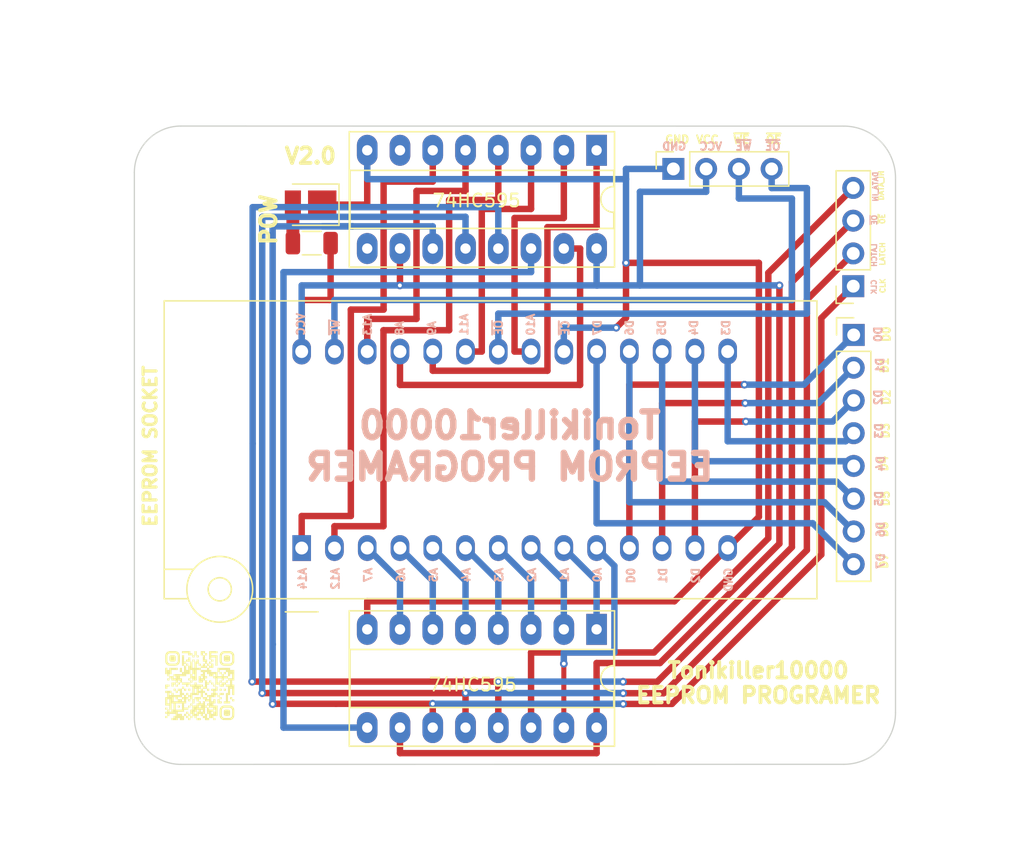
<source format=kicad_pcb>
(kicad_pcb (version 20211014) (generator pcbnew)
  (layers (0 "F.Cu" signal) (31 "B.Cu" signal) (34 "B.Paste" user) (35 "F.Paste" user) (36 "B.SilkS" user "B.Silkscreen") (37 "F.SilkS" user "F.Silkscreen") (38 "B.Mask" user) (39 "F.Mask" user) (44 "Edge.Cuts" user))
  (net 0 "")
  (footprint "LED_SMD:LED_PLCC_2835" (layer "F.Cu") (at 129.4425 65.63 180)
    (fp_text reference "REF**" hide)
    (fp_text value "LED_PLCC_2835" hide)
    (pad "1" smd rect (at -0.9 0 180) (size 2.2 2.2) (layers "F.Cu" "F.Paste" "F.Mask"))
    (pad "2" smd rect (at 1.375 0 180) (size 1.25 2.2) (layers "F.Cu" "F.Paste" "F.Mask"))
  )
  (footprint "Package_DIP:DIP-16_W7.62mm_Socket_LongPads" (layer "F.Cu") (at 151.61 61.4125 -90)
    (fp_text reference "74HC595" (at 3.9 9.3) (layer "F.SilkS"))
    (fp_text value "DIP-16_W7.62mm_Socket_LongPads")
    (pad "1" thru_hole rect (at 0 0 270) (size 2.4 1.6) (drill 0.8) (layers *.Cu *.Mask))
    (pad "2" thru_hole oval (at 0 2.54 270) (size 2.4 1.6) (drill 0.8) (layers *.Cu *.Mask))
    (pad "3" thru_hole oval (at 0 5.08 270) (size 2.4 1.6) (drill 0.8) (layers *.Cu *.Mask))
    (pad "4" thru_hole oval (at 0 7.62 270) (size 2.4 1.6) (drill 0.8) (layers *.Cu *.Mask))
    (pad "5" thru_hole oval (at 0 10.16 270) (size 2.4 1.6) (drill 0.8) (layers *.Cu *.Mask))
    (pad "6" thru_hole oval (at 0 12.7 270) (size 2.4 1.6) (drill 0.8) (layers *.Cu *.Mask))
    (pad "7" thru_hole oval (at 0 15.24 270) (size 2.4 1.6) (drill 0.8) (layers *.Cu *.Mask))
    (pad "8" thru_hole oval (at 0 17.78 270) (size 2.4 1.6) (drill 0.8) (layers *.Cu *.Mask))
    (pad "9" thru_hole oval (at 7.62 17.78 270) (size 2.4 1.6) (drill 0.8) (layers *.Cu *.Mask))
    (pad "10" thru_hole oval (at 7.62 15.24 270) (size 2.4 1.6) (drill 0.8) (layers *.Cu *.Mask))
    (pad "11" thru_hole oval (at 7.62 12.7 270) (size 2.4 1.6) (drill 0.8) (layers *.Cu *.Mask))
    (pad "12" thru_hole oval (at 7.62 10.16 270) (size 2.4 1.6) (drill 0.8) (layers *.Cu *.Mask))
    (pad "13" thru_hole oval (at 7.62 7.62 270) (size 2.4 1.6) (drill 0.8) (layers *.Cu *.Mask))
    (pad "14" thru_hole oval (at 7.62 5.08 270) (size 2.4 1.6) (drill 0.8) (layers *.Cu *.Mask))
    (pad "15" thru_hole oval (at 7.62 2.54 270) (size 2.4 1.6) (drill 0.8) (layers *.Cu *.Mask))
    (pad "16" thru_hole oval (at 7.62 0 270) (size 2.4 1.6) (drill 0.8) (layers *.Cu *.Mask))
  )
  (footprint "Package_DIP:DIP-16_W7.62mm_Socket_LongPads" (layer "F.Cu") (at 151.61 98.57 -90)
    (fp_text reference "74HC595" (at 4.2925 9.6) (layer "F.SilkS"))
    (fp_text value "DIP-16_W7.62mm_Socket_LongPads")
    (pad "1" thru_hole rect (at 0 0 270) (size 2.4 1.6) (drill 0.8) (layers *.Cu *.Mask))
    (pad "2" thru_hole oval (at 0 2.54 270) (size 2.4 1.6) (drill 0.8) (layers *.Cu *.Mask))
    (pad "3" thru_hole oval (at 0 5.08 270) (size 2.4 1.6) (drill 0.8) (layers *.Cu *.Mask))
    (pad "4" thru_hole oval (at 0 7.62 270) (size 2.4 1.6) (drill 0.8) (layers *.Cu *.Mask))
    (pad "5" thru_hole oval (at 0 10.16 270) (size 2.4 1.6) (drill 0.8) (layers *.Cu *.Mask))
    (pad "6" thru_hole oval (at 0 12.7 270) (size 2.4 1.6) (drill 0.8) (layers *.Cu *.Mask))
    (pad "7" thru_hole oval (at 0 15.24 270) (size 2.4 1.6) (drill 0.8) (layers *.Cu *.Mask))
    (pad "8" thru_hole oval (at 0 17.78 270) (size 2.4 1.6) (drill 0.8) (layers *.Cu *.Mask))
    (pad "9" thru_hole oval (at 7.62 17.78 270) (size 2.4 1.6) (drill 0.8) (layers *.Cu *.Mask))
    (pad "10" thru_hole oval (at 7.62 15.24 270) (size 2.4 1.6) (drill 0.8) (layers *.Cu *.Mask))
    (pad "11" thru_hole oval (at 7.62 12.7 270) (size 2.4 1.6) (drill 0.8) (layers *.Cu *.Mask))
    (pad "12" thru_hole oval (at 7.62 10.16 270) (size 2.4 1.6) (drill 0.8) (layers *.Cu *.Mask))
    (pad "13" thru_hole oval (at 7.62 7.62 270) (size 2.4 1.6) (drill 0.8) (layers *.Cu *.Mask))
    (pad "14" thru_hole oval (at 7.62 5.08 270) (size 2.4 1.6) (drill 0.8) (layers *.Cu *.Mask))
    (pad "15" thru_hole oval (at 7.62 2.54 270) (size 2.4 1.6) (drill 0.8) (layers *.Cu *.Mask))
    (pad "16" thru_hole oval (at 7.62 0 270) (size 2.4 1.6) (drill 0.8) (layers *.Cu *.Mask))
  )
  (footprint "LOGO" (layer "F.Cu") (at 120.85 102.9325 -90)
    (fp_text reference "G***" hide)
    (fp_text value "LOGO" hide)
  )
  (footprint "Resistor_SMD:R_1206_3216Metric" (layer "F.Cu") (at 129.53 68.6125)
    (fp_text reference "REF**" hide)
    (fp_text value "R_1206_3216Metric")
    (pad "1" smd roundrect (at -1.4625 0) (size 1.125 1.75) (layers "F.Cu" "F.Paste" "F.Mask") (roundrect_rratio 0.2222222222))
    (pad "2" smd roundrect (at 1.4625 0) (size 1.125 1.75) (layers "F.Cu" "F.Paste" "F.Mask") (roundrect_rratio 0.2222222222))
  )
  (footprint "Connector_PinHeader_2.54mm:PinHeader_1x08_P2.54mm_Vertical" (layer "F.Cu") (at 171.54 75.735)
    (fp_text reference "REF**" hide)
    (fp_text value "PinHeader_1x08_P2.54mm_Vertical")
    (pad "1" thru_hole rect (at 0 0) (size 1.7 1.7) (drill 1) (layers *.Cu *.Mask))
    (pad "2" thru_hole oval (at 0 2.54) (size 1.7 1.7) (drill 1) (layers *.Cu *.Mask))
    (pad "3" thru_hole oval (at 0 5.08) (size 1.7 1.7) (drill 1) (layers *.Cu *.Mask))
    (pad "4" thru_hole oval (at 0 7.62) (size 1.7 1.7) (drill 1) (layers *.Cu *.Mask))
    (pad "5" thru_hole oval (at 0 10.16) (size 1.7 1.7) (drill 1) (layers *.Cu *.Mask))
    (pad "6" thru_hole oval (at 0 12.7) (size 1.7 1.7) (drill 1) (layers *.Cu *.Mask))
    (pad "7" thru_hole oval (at 0 15.24) (size 1.7 1.7) (drill 1) (layers *.Cu *.Mask))
    (pad "8" thru_hole oval (at 0 17.78) (size 1.7 1.7) (drill 1) (layers *.Cu *.Mask))
  )
  (footprint "Connector_PinSocket_2.54mm:PinSocket_1x04_P2.54mm_Vertical" (layer "F.Cu") (at 171.505 71.9525 180)
    (fp_text reference "REF**" hide)
    (fp_text value "PinSocket_1x04_P2.54mm_Vertical")
    (pad "1" thru_hole rect (at 0 0 180) (size 1.7 1.7) (drill 1) (layers *.Cu *.Mask))
    (pad "2" thru_hole oval (at 0 2.54 180) (size 1.7 1.7) (drill 1) (layers *.Cu *.Mask))
    (pad "3" thru_hole oval (at 0 5.08 180) (size 1.7 1.7) (drill 1) (layers *.Cu *.Mask))
    (pad "4" thru_hole oval (at 0 7.62 180) (size 1.7 1.7) (drill 1) (layers *.Cu *.Mask))
  )
  (footprint "Socket:DIP_Socket-28_W11.9_W12.7_W15.24_W17.78_W18.5_3M_228-1277-00-0602J" (layer "F.Cu") (at 128.75 92.2625 90)
    (fp_text reference "EEPROM SOCKET" (at 7.9 -11.74 90) (layer "F.SilkS") (effects (font (thickness 0.25))))
    (fp_text value "DIP_Socket-28_W11.9_W12.7_W15.24_W17.78_W18.5_3M_228-1277-00-0602J")
    (pad "1" thru_hole rect (at 0 0 90) (size 2 1.44) (drill 1) (layers *.Cu *.Mask))
    (pad "2" thru_hole oval (at 0 2.54 90) (size 2 1.44) (drill 1) (layers *.Cu *.Mask))
    (pad "3" thru_hole oval (at 0 5.08 90) (size 2 1.44) (drill 1) (layers *.Cu *.Mask))
    (pad "4" thru_hole oval (at 0 7.62 90) (size 2 1.44) (drill 1) (layers *.Cu *.Mask))
    (pad "5" thru_hole oval (at 0 10.16 90) (size 2 1.44) (drill 1) (layers *.Cu *.Mask))
    (pad "6" thru_hole oval (at 0 12.7 90) (size 2 1.44) (drill 1) (layers *.Cu *.Mask))
    (pad "7" thru_hole oval (at 0 15.24 90) (size 2 1.44) (drill 1) (layers *.Cu *.Mask))
    (pad "8" thru_hole oval (at 0 17.78 90) (size 2 1.44) (drill 1) (layers *.Cu *.Mask))
    (pad "9" thru_hole oval (at 0 20.32 90) (size 2 1.44) (drill 1) (layers *.Cu *.Mask))
    (pad "10" thru_hole oval (at 0 22.86 90) (size 2 1.44) (drill 1) (layers *.Cu *.Mask))
    (pad "11" thru_hole oval (at 0 25.4 90) (size 2 1.44) (drill 1) (layers *.Cu *.Mask))
    (pad "12" thru_hole oval (at 0 27.94 90) (size 2 1.44) (drill 1) (layers *.Cu *.Mask))
    (pad "13" thru_hole oval (at 0 30.48 90) (size 2 1.44) (drill 1) (layers *.Cu *.Mask))
    (pad "14" thru_hole oval (at 0 33.02 90) (size 2 1.44) (drill 1) (layers *.Cu *.Mask))
    (pad "15" thru_hole oval (at 15.24 33.02 90) (size 2 1.44) (drill 1) (layers *.Cu *.Mask))
    (pad "16" thru_hole oval (at 15.24 30.48 90) (size 2 1.44) (drill 1) (layers *.Cu *.Mask))
    (pad "17" thru_hole oval (at 15.24 27.94 90) (size 2 1.44) (drill 1) (layers *.Cu *.Mask))
    (pad "18" thru_hole oval (at 15.24 25.4 90) (size 2 1.44) (drill 1) (layers *.Cu *.Mask))
    (pad "19" thru_hole oval (at 15.24 22.86 90) (size 2 1.44) (drill 1) (layers *.Cu *.Mask))
    (pad "20" thru_hole oval (at 15.24 20.32 90) (size 2 1.44) (drill 1) (layers *.Cu *.Mask))
    (pad "21" thru_hole oval (at 15.24 17.78 90) (size 2 1.44) (drill 1) (layers *.Cu *.Mask))
    (pad "22" thru_hole oval (at 15.24 15.24 90) (size 2 1.44) (drill 1) (layers *.Cu *.Mask))
    (pad "23" thru_hole oval (at 15.24 12.7 90) (size 2 1.44) (drill 1) (layers *.Cu *.Mask))
    (pad "24" thru_hole oval (at 15.24 10.16 90) (size 2 1.44) (drill 1) (layers *.Cu *.Mask))
    (pad "25" thru_hole oval (at 15.24 7.62 90) (size 2 1.44) (drill 1) (layers *.Cu *.Mask))
    (pad "26" thru_hole oval (at 15.24 5.08 90) (size 2 1.44) (drill 1) (layers *.Cu *.Mask))
    (pad "27" thru_hole oval (at 15.24 2.54 90) (size 2 1.44) (drill 1) (layers *.Cu *.Mask))
    (pad "28" thru_hole oval (at 15.24 0 90) (size 2 1.44) (drill 1) (layers *.Cu *.Mask))
  )
  (footprint "Connector_PinSocket_2.54mm:PinSocket_1x04_P2.54mm_Vertical" (layer "F.Cu") (at 157.56 62.8575 90)
    (fp_text reference "REF**" hide)
    (fp_text value "PinSocket_1x04_P2.54mm_Vertical")
    (pad "1" thru_hole rect (at 0 0 90) (size 1.7 1.7) (drill 1) (layers *.Cu *.Mask))
    (pad "2" thru_hole oval (at 0 2.54 90) (size 1.7 1.7) (drill 1) (layers *.Cu *.Mask))
    (pad "3" thru_hole oval (at 0 5.08 90) (size 1.7 1.7) (drill 1) (layers *.Cu *.Mask))
    (pad "4" thru_hole oval (at 0 7.62 90) (size 1.7 1.7) (drill 1) (layers *.Cu *.Mask))
  )
  (gr_line (start 174.78 95.543636) (end 174.78 105.027884) (layer "Edge.Cuts") (width 0.1))
  (gr_arc (start 119.39 109.0425) (mid 116.840909 107.988713) (end 115.78 105.442576) (layer "Edge.Cuts") (width 0.1))
  (gr_line (start 174.78 63.54785) (end 174.78 95.543636) (layer "Edge.Cuts") (width 0.1))
  (gr_arc (start 174.78 105.027884) (mid 173.60535 107.86251) (end 170.769995 109.035383) (layer "Edge.Cuts") (width 0.1))
  (gr_line (start 119.379924 59.5325) (end 170.772501 59.537845) (layer "Edge.Cuts") (width 0.1))
  (gr_line (start 170.769995 109.035383) (end 119.39 109.0425) (layer "Edge.Cuts") (width 0.1))
  (gr_arc (start 115.78 63.1425) (mid 116.833787 60.593407) (end 119.379924 59.5325) (layer "Edge.Cuts") (width 0.1))
  (gr_line (start 115.78 105.442576) (end 115.78 63.1425) (layer "Edge.Cuts") (width 0.1))
  (gr_arc (start 170.772501 59.537845) (mid 173.6071 60.712503) (end 174.78 63.54785) (layer "Edge.Cuts") (width 0.1))
  (gr_text "A13" (at 133.859696 74.935357 90) (layer "B.SilkS") (effects (font (size 0.6 0.6)) (justify mirror)))
  (gr_text "D0" (at 173.44 75.6825 90) (layer "B.SilkS") (effects (font (size 0.6 0.6)) (justify mirror)))
  (gr_text "GND" (at 157.622857 61.1125) (layer "B.SilkS") (effects (font (size 0.6 0.6)) (justify mirror)))
  (gr_text "A12" (at 131.35923 94.6425 90) (layer "B.SilkS") (effects (font (size 0.6 0.6)) (justify mirror)))
  (gr_text "~{CE}" (at 149.18 75.1925 90) (layer "B.SilkS") (effects (font (size 0.6 0.6)) (justify mirror)))
  (gr_text "D2" (at 159.29076 94.399643 90) (layer "B.SilkS") (effects (font (size 0.6 0.6)) (justify mirror)))
  (gr_text "A9" (at 138.844464 75.221071 90) (layer "B.SilkS") (effects (font (size 0.6 0.6)) (justify mirror)))
  (gr_text "A7\n" (at 133.89846 94.356785 90) (layer "B.SilkS") (effects (font (size 0.6 0.6)) (justify mirror)))
  (gr_text "A14" (at 128.82 94.6425 90) (layer "B.SilkS") (effects (font (size 0.6 0.6)) (justify mirror)))
  (gr_text "GND" (at 161.83 94.728214 90) (layer "B.SilkS") (effects (font (size 0.6 0.6)) (justify mirror)))
  (gr_text "VCC" (at 160.46 61.1125) (layer "B.SilkS") (effects (font (size 0.6 0.6)) (justify mirror)))
  (gr_text "D1" (at 173.58 78.1025 90) (layer "B.SilkS") (effects (font (size 0.6 0.6)) (justify mirror)))
  (gr_text "D7" (at 151.672384 75.178214 90) (layer "B.SilkS") (effects (font (size 0.6 0.6)) (justify mirror)))
  (gr_text "~{OE}" (at 144.012232 75.178214 90) (layer "B.SilkS") (effects (font (size 0.6 0.6)) (justify mirror)))
  (gr_text "D2" (at 173.44 80.5725 90) (layer "B.SilkS") (effects (font (size 0.6 0.6)) (justify mirror)))
  (gr_text "LATCH" (at 173.13 69.5425 90) (layer "B.SilkS") (effects (font (size 0.4 0.4) (thickness 0.1)) (justify mirror)))
  (gr_text "VCC" (at 128.691928 74.906785 90) (layer "B.SilkS") (effects (font (size 0.6 0.6)) (justify mirror)))
  (gr_text "A3" (at 144.05538 94.356785 90) (layer "B.SilkS") (effects (font (size 0.6 0.6)) (justify mirror)))
  (gr_text "D1" (at 156.75153 94.399643 90) (layer "B.SilkS") (effects (font (size 0.6 0.6)) (justify mirror)))
  (gr_text "D3" (at 173.51 83.1725 90) (layer "B.SilkS") (effects (font (size 0.6 0.6)) (justify mirror)))
  (gr_text "CLK" (at 173.11 72.0125 90) (layer "B.SilkS") (effects (font (size 0.4 0.4) (thickness 0.1)) (justify mirror)))
  (gr_text "~{WE}" (at 131.367312 75.149643 90) (layer "B.SilkS") (effects (font (size 0.6 0.6)) (justify mirror)))
  (gr_text "A4" (at 141.51615 94.356785 90) (layer "B.SilkS") (effects (font (size 0.6 0.6)) (justify mirror)))
  (gr_text "D5" (at 156.657152 75.178214 90) (layer "B.SilkS") (effects (font (size 0.6 0.6)) (justify mirror)))
  (gr_text "D0" (at 154.2123 94.399642 270) (layer "B.SilkS") (effects (font (size 0.6 0.6)) (justify mirror)))
  (gr_text "A8" (at 136.35208 75.221071 90) (layer "B.SilkS") (effects (font (size 0.6 0.6)) (justify mirror)))
  (gr_text "D4" (at 173.63 85.7225 90) (layer "B.SilkS") (effects (font (size 0.6 0.6)) (justify mirror)))
  (gr_text "D5" (at 173.51 88.4325 90) (layer "B.SilkS") (effects (font (size 0.6 0.6)) (justify mirror)))
  (gr_text "A0\n" (at 151.67307 94.356785 90) (layer "B.SilkS") (effects (font (size 0.6 0.6)) (justify mirror)))
  (gr_text "A11" (at 141.336848 74.935357 90) (layer "B.SilkS") (effects (font (size 0.6 0.6)) (justify mirror)))
  (gr_text "A2" (at 146.59461 94.356785 90) (layer "B.SilkS") (effects (font (size 0.6 0.6)) (justify mirror)))
  (gr_text "A6\n" (at 136.43769 94.356785 90) (layer "B.SilkS") (effects (font (size 0.6 0.6)) (justify mirror)))
  (gr_text "D4" (at 159.149536 75.178214 90) (layer "B.SilkS") (effects (font (size 0.6 0.6)) (justify mirror)))
  (gr_text "D7" (at 173.63 93.2725 90) (layer "B.SilkS") (effects (font (size 0.6 0.6)) (justify mirror)))
  (gr_text "~{WE}" (at 162.997142 61.1125) (layer "B.SilkS") (effects (font (size 0.6 0.6)) (justify mirror)))
  (gr_text "D3" (at 161.641928 75.178214 90) (layer "B.SilkS") (effects (font (size 0.6 0.6)) (justify mirror)))
  (gr_text "A10" (at 146.504616 74.935357 90) (layer "B.SilkS") (effects (font (size 0.6 0.6)) (justify mirror)))
  (gr_text "D6" (at 173.63 90.8225 90) (layer "B.SilkS") (effects (font (size 0.6 0.6)) (justify mirror)))
  (gr_text "A1" (at 149.13384 94.356785 90) (layer "B.SilkS") (effects (font (size 0.6 0.6)) (justify mirror)))
  (gr_text "~{OE}" (at 173.14 66.8225 90) (layer "B.SilkS") (effects (font (size 0.4 0.4) (thickness 0.1)) (justify mirror)))
  (gr_text "Tonikiller10000\nEEPROM PROGRAMER\n" (at 144.88 84.3725) (layer "B.SilkS") (effects (font (size 2 2) (thickness 0.5)) (justify mirror)))
  (gr_text "~{OE}" (at 165.262857 61.1125) (layer "B.SilkS") (effects (font (size 0.6 0.6)) (justify mirror)))
  (gr_text "D6" (at 154.164768 75.178214 90) (layer "B.SilkS") (effects (font (size 0.6 0.6)) (justify mirror)))
  (gr_text "A5" (at 138.97692 94.356785 90) (layer "B.SilkS") (effects (font (size 0.6 0.6)) (justify mirror)))
  (gr_text "DATA_IN\n" (at 173.23 64.2325 90) (layer "B.SilkS") (effects (font (size 0.4 0.4) (thickness 0.1)) (justify mirror)))
  (gr_text "POW" (at 126.18 66.7825 90) (layer "F.SilkS") (effects (font (size 1.2 1.2) (thickness 0.3))))
  (gr_text "D5" (at 174 88.4225 90) (layer "F.SilkS") (effects (font (size 0.6 0.6))))
  (gr_text "D1" (at 173.93 78.0925 90) (layer "F.SilkS") (effects (font (size 0.6 0.6))))
  (gr_text "Tonikiller10000\nEEPROM PROGRAMER\n" (at 164.14 102.7225) (layer "F.SilkS") (effects (font (size 1.2 1.2) (thickness 0.3))))
  (gr_text "VCC" (at 160.2 60.5825) (layer "F.SilkS") (effects (font (size 0.6 0.6))))
  (gr_text "D7" (at 173.88 93.2625 90) (layer "F.SilkS") (effects (font (size 0.6 0.6))))
  (gr_text "~{OE}" (at 165.34 60.6025) (layer "F.SilkS") (effects (font (size 0.6 0.6))))
  (gr_text "~{WE}" (at 162.83 60.5925) (layer "F.SilkS") (effects (font (size 0.6 0.6))))
  (gr_text "D3" (at 174 83.1625 90) (layer "F.SilkS") (effects (font (size 0.6 0.6))))
  (gr_text "D2" (at 174.07 80.5625 90) (layer "F.SilkS") (effects (font (size 0.6 0.6))))
  (gr_text "GND" (at 157.86 60.5825) (layer "F.SilkS") (effects (font (size 0.6 0.6))))
  (gr_text "D6" (at 173.88 90.8125 90) (layer "F.SilkS") (effects (font (size 0.6 0.6))))
  (gr_text "CLK" (at 173.79 71.9225 90) (layer "F.SilkS") (effects (font (size 0.4 0.4) (thickness 0.1))))
  (gr_text "LATCH" (at 173.77 69.4525 90) (layer "F.SilkS") (effects (font (size 0.4 0.4) (thickness 0.1))))
  (gr_text "~{OE}" (at 173.76 66.7325 90) (layer "F.SilkS") (effects (font (size 0.4 0.4) (thickness 0.1))))
  (gr_text "D4" (at 173.88 85.7125 90) (layer "F.SilkS") (effects (font (size 0.6 0.6))))
  (gr_text "DATA_IN\n" (at 173.67 64.1425 90) (layer "F.SilkS") (effects (font (size 0.4 0.4) (thickness 0.1))))
  (gr_text "V2.0" (at 129.43 61.8525) (layer "F.SilkS") (effects (font (size 1.2 1.2) (thickness 0.3))))
  (gr_text "D0" (at 174.07 75.6725 90) (layer "F.SilkS") (effects (font (size 0.6 0.6))))
  (segment (start 136.37 69.0325) (end 136.37 71.8925) (width 0.5) (layer "F.Cu") (net 0))
  (segment (start 169.03 74.4275) (end 169.03 92.7725) (width 0.5) (layer "F.Cu") (net 0))
  (segment (start 149.07 66.6625) (end 145.25 66.6625) (width 0.5) (layer "F.Cu") (net 0))
  (segment (start 153.89 74.4125) (end 153.89 70.1425) (width 0.5) (layer "F.Cu") (net 0))
  (segment (start 156.06 100.3625) (end 146.53 100.3625) (width 0.5) (layer "F.Cu") (net 0))
  (segment (start 159.23 92.2625) (end 159.23 82.45) (width 0.5) (layer "F.Cu") (net 0))
  (segment (start 140.18 75.37) (end 135.09 75.37) (width 0.5) (layer "F.Cu") (net 0))
  (segment (start 146.53 65.9625) (end 146.53 61.4125) (width 0.5) (layer "F.Cu") (net 0))
  (segment (start 145.25 77.0225) (end 146.53 77.0225) (width 0.5) (layer "F.Cu") (net 0))
  (segment (start 128.0675 65.65) (end 128.0575 65.64) (width 1) (layer "F.Cu") (net 0))
  (segment (start 133.83 96.39) (end 133.83 98.57) (width 0.5) (layer "F.Cu") (net 0))
  (segment (start 149.07 69.0325) (end 150.33 69.0325) (width 0.5) (layer "F.Cu") (net 0))
  (segment (start 140.18 65.2625) (end 140.18 75.37) (width 0.5) (layer "F.Cu") (net 0))
  (segment (start 128.75 73.0225) (end 130.92 73.0225) (width 0.5) (layer "F.Cu") (net 0))
  (segment (start 138.91 63.8425) (end 135.1 63.8425) (width 0.5) (layer "F.Cu") (net 0))
  (segment (start 141.45 103.5125) (end 125.69 103.5125) (width 0.5) (layer "F.Cu") (net 0))
  (segment (start 138.91 106.19) (end 138.91 104.3425) (width 0.5) (layer "F.Cu") (net 0))
  (segment (start 136.37 108.17) (end 151.61 108.17) (width 0.5) (layer "F.Cu") (net 0))
  (segment (start 161.77 92.2625) (end 157.6425 96.39) (width 0.5) (layer "F.Cu") (net 0))
  (segment (start 133.83 65.63) (end 133.83 61.4125) (width 0.5) (layer "F.Cu") (net 0))
  (segment (start 147.8 78.51) (end 147.8 67.3725) (width 0.5) (layer "F.Cu") (net 0))
  (segment (start 135.1 63.8425) (end 135.1 73.77) (width 0.5) (layer "F.Cu") (net 0))
  (segment (start 166.75 71.6275) (end 166.75 92.1925) (width 0.5) (layer "F.Cu") (net 0))
  (segment (start 141.45 77.0225) (end 142.71 77.0225) (width 0.5) (layer "F.Cu") (net 0))
  (segment (start 156.69 81.02) (end 163.13 81.02) (width 0.5) (layer "F.Cu") (net 0))
  (segment (start 145.25 66.6625) (end 145.25 77.0225) (width 0.5) (layer "F.Cu") (net 0))
  (segment (start 156.52 101.1825) (end 151.61 101.1825) (width 0.5) (layer "F.Cu") (net 0))
  (segment (start 131.29 90.57) (end 131.29 92.2625) (width 0.5) (layer "F.Cu") (net 0))
  (segment (start 154.15 92.2625) (end 154.15 79.59) (width 0.5) (layer "F.Cu") (net 0))
  (segment (start 171.505 66.8725) (end 166.75 71.6275) (width 0.5) (layer "F.Cu") (net 0))
  (segment (start 149.07 61.4125) (end 149.07 66.6625) (width 0.5) (layer "F.Cu") (net 0))
  (segment (start 143.99 65.2625) (end 140.18 65.2625) (width 0.5) (layer "F.Cu") (net 0))
  (segment (start 147.8 67.3725) (end 151.61 67.3725) (width 0.5) (layer "F.Cu") (net 0))
  (segment (start 132.56 73.77) (end 132.56 89.78) (width 0.5) (layer "F.Cu") (net 0))
  (segment (start 151.61 108.17) (end 151.61 106.19) (width 0.5) (layer "F.Cu") (net 0))
  (segment (start 153.13 75.1725) (end 153.89 74.4125) (width 0.5) (layer "F.Cu") (net 0))
  (segment (start 164.92 91.5025) (end 156.06 100.3625) (width 0.5) (layer "F.Cu") (net 0))
  (segment (start 138.91 61.4125) (end 138.91 63.8425) (width 0.5) (layer "F.Cu") (net 0))
  (segment (start 164.19 70.1425) (end 153.89 70.1425) (width 0.5) (layer "F.Cu") (net 0))
  (segment (start 157.6425 96.39) (end 133.83 96.39) (width 0.5) (layer "F.Cu") (net 0))
  (segment (start 156.81 103.5225) (end 153.67 103.5225) (width 0.5) (layer "F.Cu") (net 0))
  (segment (start 137.65 74.49) (end 137.65 64.5625) (width 0.5) (layer "F.Cu") (net 0))
  (segment (start 146.53 100.3625) (end 146.53 106.19) (width 0.5) (layer "F.Cu") (net 0))
  (segment (start 137.65 64.5625) (end 141.45 64.5625) (width 0.5) (layer "F.Cu") (net 0))
  (segment (start 130.9925 72.95) (end 130.9925 68.6125) (width 0.5) (layer "F.Cu") (net 0))
  (segment (start 166.75 92.1925) (end 156.31 102.6325) (width 0.5) (layer "F.Cu") (net 0))
  (segment (start 156.69 92.2625) (end 156.69 81.02) (width 0.5) (layer "F.Cu") (net 0))
  (segment (start 141.45 64.5625) (end 141.45 61.4125) (width 0.5) (layer "F.Cu") (net 0))
  (segment (start 141.45 106.19) (end 141.45 103.5125) (width 0.5) (layer "F.Cu") (net 0))
  (segment (start 142.71 77.0225) (end 142.71 65.9625) (width 0.5) (layer "F.Cu") (net 0))
  (segment (start 135.09 75.37) (end 135.09 90.57) (width 0.5) (layer "F.Cu") (net 0))
  (segment (start 151.61 67.3725) (end 151.61 61.4125) (width 0.5) (layer "F.Cu") (net 0))
  (segment (start 167.91 73.0075) (end 167.91 92.4225) (width 0.5) (layer "F.Cu") (net 0))
  (segment (start 164.19 89.8425) (end 164.19 70.1425) (width 0.5) (layer "F.Cu") (net 0))
  (segment (start 124.91 102.6225) (end 143.99 102.6225) (width 0.5) (layer "F.Cu") (net 0))
  (segment (start 149.07 101.2325) (end 149.07 106.19) (width 0.39) (layer "F.Cu") (net 0))
  (segment (start 143.99 102.6225) (end 143.99 106.19) (width 0.5) (layer "F.Cu") (net 0))
  (segment (start 131.4 104.3425) (end 126.5 104.3425) (width 0.5) (layer "F.Cu") (net 0))
  (segment (start 157.45 104.3525) (end 153.67 104.3525) (width 0.5) (layer "F.Cu") (net 0))
  (segment (start 171.505 64.3325) (end 164.92 70.9175) (width 0.5) (layer "F.Cu") (net 0))
  (segment (start 159.23 82.45) (end 163.18 82.45) (width 0.5) (layer "F.Cu") (net 0))
  (segment (start 150.33 69.0325) (end 150.33 79.61) (width 0.5) (layer "F.Cu") (net 0))
  (segment (start 151.61 101.1825) (end 151.61 106.19) (width 0.5) (layer "F.Cu") (net 0))
  (segment (start 161.77 92.2625) (end 164.19 89.8425) (width 0.5) (layer "F.Cu") (net 0))
  (segment (start 130.3425 65.63) (end 133.83 65.63) (width 0.5) (layer "F.Cu") (net 0))
  (segment (start 130.92 73.0225) (end 130.9925 72.95) (width 0.5) (layer "F.Cu") (net 0))
  (segment (start 138.91 77.0225) (end 138.91 78.51) (width 0.5) (layer "F.Cu") (net 0))
  (segment (start 154.15 79.59) (end 163.07 79.59) (width 0.5) (layer "F.Cu") (net 0))
  (segment (start 156.31 102.6325) (end 153.66 102.6325) (width 0.5) (layer "F.Cu") (net 0))
  (segment (start 169.03 92.7725) (end 157.45 104.3525) (width 0.5) (layer "F.Cu") (net 0))
  (segment (start 171.505 69.4125) (end 167.91 73.0075) (width 0.5) (layer "F.Cu") (net 0))
  (segment (start 128.75 77.0225) (end 128.75 73.0225) (width 0.5) (layer "F.Cu") (net 0))
  (segment (start 133.83 74.49) (end 137.65 74.49) (width 0.5) (layer "F.Cu") (net 0))
  (segment (start 165.78 91.9225) (end 156.52 101.1825) (width 0.5) (layer "F.Cu") (net 0))
  (segment (start 167.91 92.4225) (end 156.81 103.5225) (width 0.5) (layer "F.Cu") (net 0))
  (segment (start 138.91 104.3425) (end 131.4 104.3425) (width 0.5) (layer "F.Cu") (net 0))
  (segment (start 128.75 89.78) (end 128.75 92.2625) (width 0.5) (layer "F.Cu") (net 0))
  (segment (start 136.37 106.19) (end 136.37 108.17) (width 0.5) (layer "F.Cu") (net 0))
  (segment (start 136.37 71.8925) (end 136.36 71.8925) (width 0.5) (layer "F.Cu") (net 0))
  (segment (start 135.09 90.57) (end 131.29 90.57) (width 0.5) (layer "F.Cu") (net 0))
  (segment (start 171.505 71.9525) (end 169.03 74.4275) (width 0.5) (layer "F.Cu") (net 0))
  (segment (start 133.83 77.0225) (end 133.83 74.49) (width 0.5) (layer "F.Cu") (net 0))
  (segment (start 126.5 104.3425) (end 126.5 104.3625) (width 0.5) (layer "F.Cu") (net 0))
  (segment (start 165.78 71.8925) (end 165.78 91.9225) (width 0.5) (layer "F.Cu") (net 0))
  (segment (start 142.71 65.9625) (end 146.53 65.9625) (width 0.5) (layer "F.Cu") (net 0))
  (segment (start 128.0675 68.6125) (end 128.0675 65.65) (width 1) (layer "F.Cu") (net 0))
  (segment (start 136.37 79.61) (end 136.37 77.0225) (width 0.5) (layer "F.Cu") (net 0))
  (segment (start 138.91 78.51) (end 147.8 78.51) (width 0.5) (layer "F.Cu") (net 0))
  (segment (start 150.33 79.61) (end 136.37 79.61) (width 0.5) (layer "F.Cu") (net 0))
  (segment (start 164.92 70.9175) (end 164.92 91.5025) (width 0.5) (layer "F.Cu") (net 0))
  (segment (start 143.99 61.4125) (end 143.99 65.2625) (width 0.5) (layer "F.Cu") (net 0))
  (segment (start 135.1 73.77) (end 132.56 73.77) (width 0.5) (layer "F.Cu") (net 0))
  (segment (start 132.56 89.78) (end 128.75 89.78) (width 0.5) (layer "F.Cu") (net 0))
  (via (at 165.78 71.8925) (size 0.6) (drill 0.3) (layers "F.Cu" "B.Cu") (net 0))
  (via (at 153.66 102.6325) (size 0.6) (drill 0.3) (layers "F.Cu" "B.Cu") (net 0))
  (via (at 153.67 103.5225) (size 0.6) (drill 0.3) (layers "F.Cu" "B.Cu") (net 0))
  (via (at 153.13 75.1725) (size 0.6) (drill 0.3) (layers "F.Cu" "B.Cu") (net 0))
  (via (at 136.36 71.8925) (size 0.6) (drill 0.3) (layers "F.Cu" "B.Cu") (net 0))
  (via (at 138.91 104.3425) (size 0.6) (drill 0.3) (layers "F.Cu" "B.Cu") (net 0))
  (via (at 141.45 103.5125) (size 0.6) (drill 0.3) (layers "F.Cu" "B.Cu") (net 0))
  (via (at 126.5 104.3625) (size 0.6) (drill 0.3) (layers "F.Cu" "B.Cu") (net 0))
  (via (at 149.07 101.2325) (size 0.6) (drill 0.3) (layers "F.Cu" "B.Cu") (net 0))
  (via (at 153.67 104.3525) (size 0.6) (drill 0.3) (layers "F.Cu" "B.Cu") (net 0))
  (via (at 163.18 82.45) (size 0.6) (drill 0.3) (layers "F.Cu" "B.Cu") (net 0))
  (via (at 163.13 81.02) (size 0.6) (drill 0.3) (layers "F.Cu" "B.Cu") (net 0))
  (via (at 124.91 102.6225) (size 0.6) (drill 0.3) (layers "F.Cu" "B.Cu") (net 0))
  (via (at 153.89 70.1425) (size 0.6) (drill 0.3) (layers "F.Cu" "B.Cu") (net 0))
  (via (at 143.99 102.6225) (size 0.6) (drill 0.3) (layers "F.Cu" "B.Cu") (net 0))
  (via (at 125.69 103.5125) (size 0.6) (drill 0.3) (layers "F.Cu" "B.Cu") (net 0))
  (via (at 163.07 79.59) (size 0.6) (drill 0.3) (layers "F.Cu" "B.Cu") (net 0))
  (segment (start 131.29 77.0225) (end 131.29 73.0225) (width 0.5) (layer "B.Cu") (net 0))
  (segment (start 153.89 63.6525) (end 153.89 62.8575) (width 0.5) (layer "B.Cu") (net 0))
  (segment (start 138.91 94.8025) (end 136.37 92.2625) (width 0.5) (layer "B.Cu") (net 0))
  (segment (start 141.45 94.8025) (end 138.91 92.2625) (width 0.5) (layer "B.Cu") (net 0))
  (segment (start 167.91 74.0825) (end 167.91 64.3425) (width 0.5) (layer "B.Cu") (net 0))
  (segment (start 128.75 77.0225) (end 128.75 71.8925) (width 0.5) (layer "B.Cu") (net 0))
  (segment (start 126.5 104.3625) (end 126.5 67.3125) (width 0.5) (layer "B.Cu") (net 0))
  (segment (start 143.99 98.57) (end 143.99 94.8025) (width 0.5) (layer "B.Cu") (net 0))
  (segment (start 167.91 64.3425) (end 165.18 64.3425) (width 0.5) (layer "B.Cu") (net 0))
  (segment (start 138.91 69.0325) (end 138.91 67.3125) (width 0.5) (layer "B.Cu") (net 0))
  (segment (start 156.69 77.0225) (end 156.69 87.11) (width 0.5) (layer "B.Cu") (net 0))
  (segment (start 156.69 87.11) (end 170.215 87.11) (width 0.5) (layer "B.Cu") (net 0))
  (segment (start 143.99 65.8225) (end 130.5 65.8225) (width 0.5) (layer "B.Cu") (net 0))
  (segment (start 130.5 65.8225) (end 124.95 65.8225) (width 0.5) (layer "B.Cu") (net 0))
  (segment (start 143.99 102.6225) (end 153.66 102.6225) (width 0.5) (layer "B.Cu") (net 0))
  (segment (start 125.69 66.5725) (end 141.45 66.5725) (width 0.5) (layer "B.Cu") (net 0))
  (segment (start 125.69 103.5125) (end 125.69 66.5725) (width 0.5) (layer "B.Cu") (net 0))
  (segment (start 165.47 73.0225) (end 166.75 73.0225) (width 0.5) (layer "B.Cu") (net 0))
  (segment (start 151.61 69.0325) (end 151.65 69.0725) (width 0.5) (layer "B.Cu") (net 0))
  (segment (start 170.915 83.98) (end 171.54 83.355) (width 0.5) (layer "B.Cu") (net 0))
  (segment (start 146.53 69.0325) (end 146.53 70.8625) (width 0.5) (layer "B.Cu") (net 0))
  (segment (start 146.53 98.57) (end 146.53 94.8025) (width 0.5) (layer "B.Cu") (net 0))
  (segment (start 127.34 70.8625) (end 127.34 106.19) (width 0.5) (layer "B.Cu") (net 0))
  (segment (start 159.23 85.53) (end 171.175 85.53) (width 0.5) (layer "B.Cu") (net 0))
  (segment (start 151.61 90.34) (end 168.365 90.34) (width 0.5) (layer "B.Cu") (net 0))
  (segment (start 128.75 71.8925) (end 136.36 71.8925) (width 0.5) (layer "B.Cu") (net 0))
  (segment (start 126.5 67.3125) (end 132.7 67.3125) (width 0.5) (layer "B.Cu") (net 0))
  (segment (start 149.07 100.3625) (end 152.99 100.3625) (width 0.5) (layer "B.Cu") (net 0))
  (segment (start 152.99 93.6425) (end 151.61 92.2625) (width 0.5) (layer "B.Cu") (net 0))
  (segment (start 153.67 104.3425) (end 153.67 104.3525) (width 0.5) (layer "B.Cu") (net 0))
  (segment (start 126.57 99.7325) (end 126.56 99.7325) (width 0.39) (layer "B.Cu") (net 0))
  (segment (start 160.1 64.6325) (end 160.1 62.8575) (width 0.5) (layer "B.Cu") (net 0))
  (segment (start 170.215 87.11) (end 171.54 88.435) (width 0.5) (layer "B.Cu") (net 0))
  (segment (start 168.365 90.34) (end 171.54 93.515) (width 0.5) (layer "B.Cu") (net 0))
  (segment (start 146.53 92.2625) (end 149.07 94.8025) (width 0.5) (layer "B.Cu") (net 0))
  (segment (start 143.99 69.0325) (end 143.99 65.8225) (width 0.5) (layer "B.Cu") (net 0))
  (segment (start 165.73 74.0825) (end 166.47 74.0825) (width 0.5) (layer "B.Cu") (net 0))
  (segment (start 154.97 64.6325) (end 160.1 64.6325) (width 0.5) (layer "B.Cu") (net 0))
  (segment (start 166.75 65.1525) (end 162.64 65.1525) (width 0.5) (layer "B.Cu") (net 0))
  (segment (start 151.61 69.0325) (end 151.61 71.8925) (width 0.5) (layer "B.Cu") (net 0))
  (segment (start 161.77 77.0225) (end 161.77 83.98) (width 0.5) (layer "B.Cu") (net 0))
  (segment (start 146.53 70.8625) (end 127.34 70.8625) (width 0.5) (layer "B.Cu") (net 0))
  (segment (start 149.07 75.1725) (end 149.07 77.0225) (width 0.5) (layer "B.Cu") (net 0))
  (segment (start 153.89 62.8575) (end 157.56 62.8575) (width 0.5) (layer "B.Cu") (net 0))
  (segment (start 165.18 64.3425) (end 165.18 62.8575) (width 0.5) (layer "B.Cu") (net 0))
  (segment (start 153.67 103.5125) (end 153.67 103.5225) (width 0.5) (layer "B.Cu") (net 0))
  (segment (start 154.15 88.71) (end 169.275 88.71) (width 0.5) (layer "B.Cu") (net 0))
  (segment (start 141.45 103.5125) (end 153.67 103.5125) (width 0.5) (layer "B.Cu") (net 0))
  (segment (start 146.53 94.8025) (end 143.99 92.2625) (width 0.5) (layer "B.Cu") (net 0))
  (segment (start 166.75 73.0225) (end 166.75 65.1525) (width 0.5) (layer "B.Cu") (net 0))
  (segment (start 143.99 77.0225) (end 143.99 74.0825) (width 0.5) (layer "B.Cu") (net 0))
  (segment (start 133.83 63.6525) (end 133.83 61.4125) (width 0.5) (layer "B.Cu") (net 0))
  (segment (start 149.07 92.2625) (end 151.61 94.8025) (width 0.5) (layer "B.Cu") (net 0))
  (segment (start 149.07 101.2325) (end 149.07 100.3625) (width 0.5) (layer "B.Cu") (net 0))
  (segment (start 153.13 75.1725) (end 149.07 75.1725) (width 0.5) (layer "B.Cu") (net 0))
  (segment (start 163.18 82.45) (end 169.905 82.45) (width 0.5) (layer "B.Cu") (net 0))
  (segment (start 143.99 94.8025) (end 141.45 92.2625) (width 0.5) (layer "B.Cu") (net 0))
  (segment (start 136.37 98.57) (end 136.37 94.8025) (width 0.5) (layer "B.Cu") (net 0))
  (segment (start 167.685 79.59) (end 171.54 75.735) (width 0.5) (layer "B.Cu") (net 0))
  (segment (start 154.97 71.8925) (end 154.97 64.6325) (width 0.5) (layer "B.Cu") (net 0))
  (segment (start 138.91 104.3425) (end 153.67 104.3425) (width 0.5) (layer "B.Cu") (net 0))
  (segment (start 168.795 81.02) (end 171.54 78.275) (width 0.5) (layer "B.Cu") (net 0))
  (segment (start 165.47 73.0225) (end 166.3 73.0225) (width 0.5) (layer "B.Cu") (net 0))
  (segment (start 159.23 77.0225) (end 159.23 85.53) (width 0.5) (layer "B.Cu") (net 0))
  (segment (start 154.15 77.0225) (end 154.15 88.71) (width 0.5) (layer "B.Cu") (net 0))
  (segment (start 124.95 65.8225) (end 124.95 84.1625) (width 0.5) (layer "B.Cu") (net 0))
  (segment (start 124.95 102.6225) (end 124.91 102.6225) (width 0.5) (layer "B.Cu") (net 0))
  (segment (start 151.66 71.8925) (end 154.97 71.8925) (width 0.5) (layer "B.Cu") (net 0))
  (segment (start 165.73 74.0825) (end 167.91 74.0825) (width 0.5) (layer "B.Cu") (net 0))
  (segment (start 138.91 67.3125) (end 132.7 67.3125) (width 0.5) (layer "B.Cu") (net 0))
  (segment (start 152.99 100.3625) (end 152.99 93.6425) (width 0.5) (layer "B.Cu") (net 0))
  (segment (start 143.99 74.0825) (end 165.73 74.0825) (width 0.5) (layer "B.Cu") (net 0))
  (segment (start 132.7 67.3125) (end 130.36 67.3125) (width 0.5) (layer "B.Cu") (net 0))
  (segment (start 151.61 71.8925) (end 151.66 71.8925) (width 0.5) (layer "B.Cu") (net 0))
  (segment (start 153.89 63.6525) (end 133.83 63.6525) (width 0.5) (layer "B.Cu") (net 0))
  (segment (start 141.45 66.5725) (end 141.45 69.0325) (width 0.5) (layer "B.Cu") (net 0))
  (segment (start 138.91 98.57) (end 138.91 94.8025) (width 0.5) (layer "B.Cu") (net 0))
  (segment (start 127.34 106.19) (end 133.83 106.19) (width 0.5) (layer "B.Cu") (net 0))
  (segment (start 149.07 94.8025) (end 149.07 98.57) (width 0.5) (layer "B.Cu") (net 0))
  (segment (start 163.13 81.02) (end 168.795 81.02) (width 0.5) (layer "B.Cu") (net 0))
  (segment (start 136.37 69.0325) (end 136.38 69.0425) (width 0.5) (layer "B.Cu") (net 0))
  (segment (start 131.29 73.0225) (end 165.47 73.0225) (width 0.5) (layer "B.Cu") (net 0))
  (segment (start 151.61 94.8025) (end 151.61 98.57) (width 0.5) (layer "B.Cu") (net 0))
  (segment (start 153.66 102.6225) (end 153.66 102.6325) (width 0.5) (layer "B.Cu") (net 0))
  (segment (start 136.36 71.8925) (end 151.66 71.8925) (width 0.5) (layer "B.Cu") (net 0))
  (segment (start 171.175 85.53) (end 171.54 85.895) (width 0.5) (layer "B.Cu") (net 0))
  (segment (start 162.64 65.1525) (end 162.64 62.8575) (width 0.5) (layer "B.Cu") (net 0))
  (segment (start 153.89 70.1425) (end 153.89 63.6525) (width 0.5) (layer "B.Cu") (net 0))
  (segment (start 161.77 83.98) (end 170.915 83.98) (width 0.5) (layer "B.Cu") (net 0))
  (segment (start 141.45 98.57) (end 141.45 94.8025) (width 0.5) (layer "B.Cu") (net 0))
  (segment (start 154.97 71.8925) (end 165.78 71.8925) (width 0.5) (layer "B.Cu") (net 0))
  (segment (start 151.61 77.0225) (end 151.61 90.34) (width 0.5) (layer "B.Cu") (net 0))
  (segment (start 169.905 82.45) (end 171.54 80.815) (width 0.5) (layer "B.Cu") (net 0))
  (segment (start 163.07 79.59) (end 167.685 79.59) (width 0.5) (layer "B.Cu") (net 0))
  (segment (start 136.37 94.8025) (end 133.83 92.2625) (width 0.5) (layer "B.Cu") (net 0))
  (segment (start 169.275 88.71) (end 171.54 90.975) (width 0.5) (layer "B.Cu") (net 0))
  (segment (start 124.95 84.1625) (end 124.95 102.6225) (width 0.5) (layer "B.Cu") (net 0))
)
</source>
